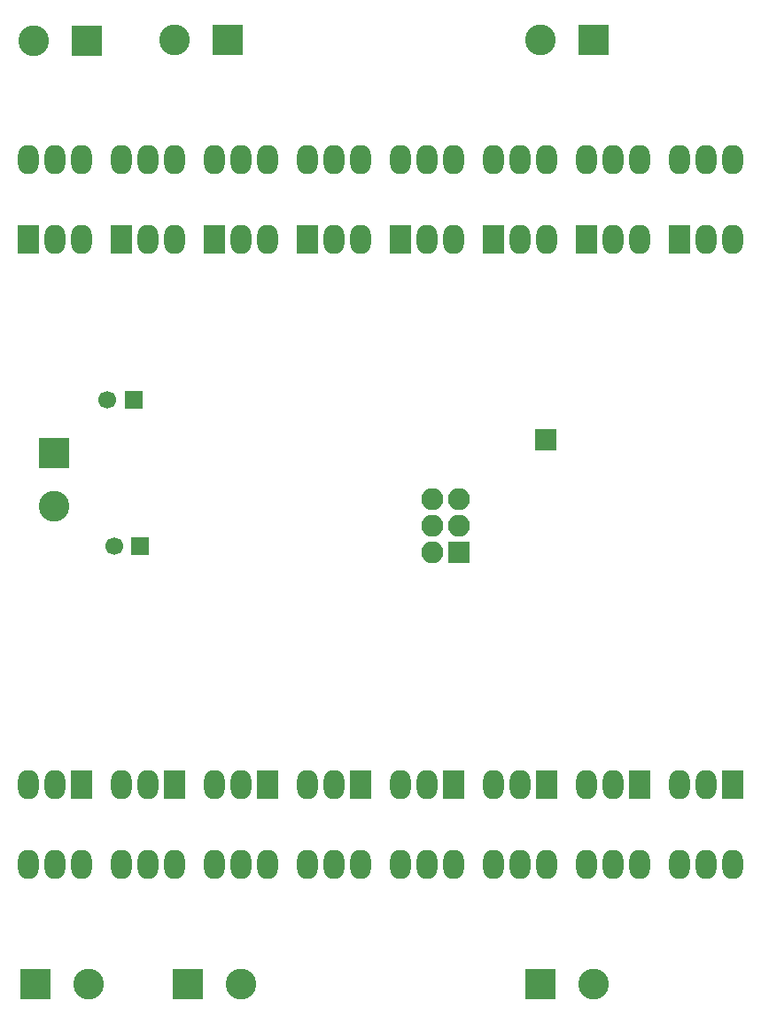
<source format=gbs>
G04 #@! TF.FileFunction,Soldermask,Bot*
%FSLAX46Y46*%
G04 Gerber Fmt 4.6, Leading zero omitted, Abs format (unit mm)*
G04 Created by KiCad (PCBNEW 4.0.5-e0-6337~49~ubuntu16.04.1) date Tue Jan 17 08:40:45 2017*
%MOMM*%
%LPD*%
G01*
G04 APERTURE LIST*
%ADD10C,0.100000*%
%ADD11R,2.940000X2.940000*%
%ADD12C,2.940000*%
%ADD13R,2.100000X2.100000*%
%ADD14O,2.100000X2.100000*%
%ADD15R,1.700000X1.700000*%
%ADD16C,1.700000*%
%ADD17R,2.000000X2.800000*%
%ADD18O,2.000000X2.800000*%
G04 APERTURE END LIST*
D10*
D11*
X133875000Y-90220000D03*
D12*
X133875000Y-95300000D03*
D13*
X180865000Y-88950000D03*
X172610000Y-99745000D03*
D14*
X170070000Y-99745000D03*
X172610000Y-97205000D03*
X170070000Y-97205000D03*
X172610000Y-94665000D03*
X170070000Y-94665000D03*
D15*
X142130000Y-99110000D03*
D16*
X139630000Y-99110000D03*
D15*
X141495000Y-85140000D03*
D16*
X138995000Y-85140000D03*
D11*
X137050000Y-50850000D03*
D12*
X131970000Y-50850000D03*
D11*
X150495000Y-50800000D03*
D12*
X145415000Y-50800000D03*
D11*
X185420000Y-50800000D03*
D12*
X180340000Y-50800000D03*
D11*
X180340000Y-140970000D03*
D12*
X185420000Y-140970000D03*
D11*
X146685000Y-140970000D03*
D12*
X151765000Y-140970000D03*
D17*
X131445000Y-69850000D03*
D18*
X136525000Y-62230000D03*
X133985000Y-69850000D03*
X133985000Y-62230000D03*
X136525000Y-69850000D03*
X131445000Y-62230000D03*
D17*
X140335000Y-69850000D03*
D18*
X145415000Y-62230000D03*
X142875000Y-69850000D03*
X142875000Y-62230000D03*
X145415000Y-69850000D03*
X140335000Y-62230000D03*
D17*
X149225000Y-69850000D03*
D18*
X154305000Y-62230000D03*
X151765000Y-69850000D03*
X151765000Y-62230000D03*
X154305000Y-69850000D03*
X149225000Y-62230000D03*
D17*
X158115000Y-69850000D03*
D18*
X163195000Y-62230000D03*
X160655000Y-69850000D03*
X160655000Y-62230000D03*
X163195000Y-69850000D03*
X158115000Y-62230000D03*
D17*
X167005000Y-69850000D03*
D18*
X172085000Y-62230000D03*
X169545000Y-69850000D03*
X169545000Y-62230000D03*
X172085000Y-69850000D03*
X167005000Y-62230000D03*
D17*
X175895000Y-69850000D03*
D18*
X180975000Y-62230000D03*
X178435000Y-69850000D03*
X178435000Y-62230000D03*
X180975000Y-69850000D03*
X175895000Y-62230000D03*
D17*
X184785000Y-69850000D03*
D18*
X189865000Y-62230000D03*
X187325000Y-69850000D03*
X187325000Y-62230000D03*
X189865000Y-69850000D03*
X184785000Y-62230000D03*
D17*
X193675000Y-69850000D03*
D18*
X198755000Y-62230000D03*
X196215000Y-69850000D03*
X196215000Y-62230000D03*
X198755000Y-69850000D03*
X193675000Y-62230000D03*
D17*
X198755000Y-121920000D03*
D18*
X193675000Y-129540000D03*
X196215000Y-121920000D03*
X196215000Y-129540000D03*
X193675000Y-121920000D03*
X198755000Y-129540000D03*
D17*
X189865000Y-121920000D03*
D18*
X184785000Y-129540000D03*
X187325000Y-121920000D03*
X187325000Y-129540000D03*
X184785000Y-121920000D03*
X189865000Y-129540000D03*
D17*
X180975000Y-121920000D03*
D18*
X175895000Y-129540000D03*
X178435000Y-121920000D03*
X178435000Y-129540000D03*
X175895000Y-121920000D03*
X180975000Y-129540000D03*
D17*
X172085000Y-121920000D03*
D18*
X167005000Y-129540000D03*
X169545000Y-121920000D03*
X169545000Y-129540000D03*
X167005000Y-121920000D03*
X172085000Y-129540000D03*
D17*
X163195000Y-121920000D03*
D18*
X158115000Y-129540000D03*
X160655000Y-121920000D03*
X160655000Y-129540000D03*
X158115000Y-121920000D03*
X163195000Y-129540000D03*
D17*
X154305000Y-121920000D03*
D18*
X149225000Y-129540000D03*
X151765000Y-121920000D03*
X151765000Y-129540000D03*
X149225000Y-121920000D03*
X154305000Y-129540000D03*
D17*
X145415000Y-121920000D03*
D18*
X140335000Y-129540000D03*
X142875000Y-121920000D03*
X142875000Y-129540000D03*
X140335000Y-121920000D03*
X145415000Y-129540000D03*
D17*
X136525000Y-121920000D03*
D18*
X131445000Y-129540000D03*
X133985000Y-121920000D03*
X133985000Y-129540000D03*
X131445000Y-121920000D03*
X136525000Y-129540000D03*
D11*
X132080000Y-140970000D03*
D12*
X137160000Y-140970000D03*
M02*

</source>
